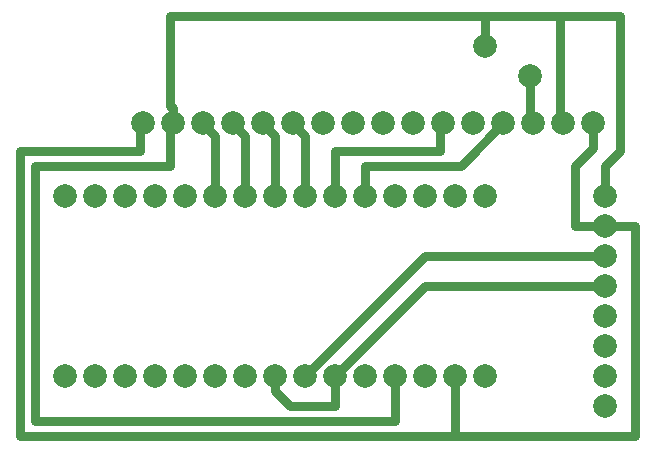
<source format=gbr>
%FSLAX34Y34*%
%MOMM*%
%LNSILK_TOP*%
G71*
G01*
%ADD10C, 2.00*%
%ADD11C, 0.80*%
%LPD*%
X330199Y635001D02*
G54D10*
D03*
X355599Y635001D02*
G54D10*
D03*
X380999Y635001D02*
G54D10*
D03*
X380999Y635001D02*
G54D10*
D03*
X406399Y635001D02*
G54D10*
D03*
X431799Y635001D02*
G54D10*
D03*
X457199Y635001D02*
G54D10*
D03*
X482599Y635001D02*
G54D10*
D03*
X507999Y635001D02*
G54D10*
D03*
X533399Y635001D02*
G54D10*
D03*
X558799Y635001D02*
G54D10*
D03*
X584199Y635001D02*
G54D10*
D03*
X609599Y635001D02*
G54D10*
D03*
X304799Y635001D02*
G54D10*
D03*
X279399Y635001D02*
G54D10*
D03*
X253999Y635001D02*
G54D10*
D03*
X253999Y482601D02*
G54D10*
D03*
X279399Y482601D02*
G54D10*
D03*
X304799Y482601D02*
G54D10*
D03*
X330199Y482601D02*
G54D10*
D03*
X355599Y482601D02*
G54D10*
D03*
X380999Y482601D02*
G54D10*
D03*
X406399Y482601D02*
G54D10*
D03*
X431799Y482601D02*
G54D10*
D03*
X457199Y482601D02*
G54D10*
D03*
X482599Y482601D02*
G54D10*
D03*
X507999Y482601D02*
G54D10*
D03*
X533399Y482601D02*
G54D10*
D03*
X558799Y482601D02*
G54D10*
D03*
X584199Y482601D02*
G54D10*
D03*
X609599Y482601D02*
G54D10*
D03*
X711200Y635000D02*
G54D10*
D03*
X711200Y609600D02*
G54D10*
D03*
X711200Y584200D02*
G54D10*
D03*
X711200Y558800D02*
G54D10*
D03*
X711200Y533400D02*
G54D10*
D03*
X711200Y508000D02*
G54D10*
D03*
X711200Y482600D02*
G54D10*
D03*
X711200Y457200D02*
G54D10*
D03*
X700915Y696373D02*
G54D10*
D03*
X675515Y696373D02*
G54D10*
D03*
X650115Y696373D02*
G54D10*
D03*
X624715Y696373D02*
G54D10*
D03*
X599315Y696373D02*
G54D10*
D03*
X573915Y696373D02*
G54D10*
D03*
X548515Y696373D02*
G54D10*
D03*
X523115Y696373D02*
G54D10*
D03*
X497715Y696373D02*
G54D10*
D03*
X472315Y696373D02*
G54D10*
D03*
X446915Y696373D02*
G54D10*
D03*
X421515Y696373D02*
G54D10*
D03*
X396115Y696373D02*
G54D10*
D03*
X370715Y696373D02*
G54D10*
D03*
X345315Y696373D02*
G54D10*
D03*
X319915Y696373D02*
G54D10*
D03*
G54D11*
X370715Y696373D02*
X368300Y698500D01*
X381000Y685800D01*
X381000Y635000D01*
X380999Y635001D01*
G54D11*
X396115Y696373D02*
X393700Y698500D01*
X406400Y685800D01*
X406400Y635000D01*
X406399Y635001D01*
G54D11*
X421515Y696373D02*
X419100Y698500D01*
X431800Y685800D01*
X431800Y635000D01*
X431799Y635001D01*
G54D11*
X446915Y696373D02*
X444500Y698500D01*
X457200Y685800D01*
X457200Y635000D01*
X457199Y635001D01*
G54D11*
X482599Y635001D02*
X482600Y673100D01*
X571500Y673100D01*
X571500Y693958D01*
X573915Y696373D01*
G54D11*
X507999Y635001D02*
X508000Y660400D01*
X588742Y660400D01*
X624715Y696373D01*
G54D11*
X533399Y482601D02*
X533400Y444500D01*
X228600Y444500D01*
X228600Y660400D01*
X342900Y660400D01*
X342900Y693958D01*
X345315Y696373D01*
G54D11*
X584199Y482601D02*
X584200Y431800D01*
X215900Y431800D01*
X215900Y673100D01*
X317500Y673100D01*
X317500Y693958D01*
X319915Y696373D01*
G54D11*
X342900Y711200D02*
X342900Y787400D01*
X673100Y787400D01*
X673100Y698788D01*
X675515Y696373D01*
G54D11*
X711200Y635000D02*
X711200Y660400D01*
X723900Y673100D01*
X723900Y787400D01*
X673100Y787400D01*
G54D11*
X700915Y696373D02*
X700915Y675515D01*
X685800Y660400D01*
X685800Y609600D01*
X711200Y609600D01*
G54D11*
X711200Y609600D02*
X736600Y609600D01*
X736600Y431800D01*
X584200Y431800D01*
G54D11*
X711200Y584200D02*
X558799Y584200D01*
X457199Y482601D01*
G54D11*
X482601Y482601D02*
X558800Y558800D01*
X711200Y558800D01*
X647700Y736600D02*
G54D10*
D03*
X609600Y762000D02*
G54D10*
D03*
G54D11*
X609600Y762000D02*
X609600Y787400D01*
G54D11*
X647700Y736600D02*
X647700Y698788D01*
X650115Y696373D01*
G54D11*
X431799Y482601D02*
X431799Y469901D01*
X444500Y457200D01*
X482600Y457200D01*
X482599Y482601D01*
G54D11*
X345315Y696373D02*
X345315Y708785D01*
X342900Y711200D01*
M02*

</source>
